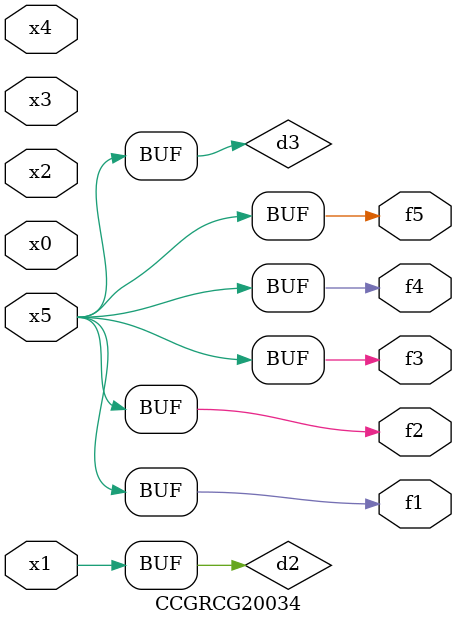
<source format=v>
module CCGRCG20034(
	input x0, x1, x2, x3, x4, x5,
	output f1, f2, f3, f4, f5
);

	wire d1, d2, d3;

	not (d1, x5);
	or (d2, x1);
	xnor (d3, d1);
	assign f1 = d3;
	assign f2 = d3;
	assign f3 = d3;
	assign f4 = d3;
	assign f5 = d3;
endmodule

</source>
